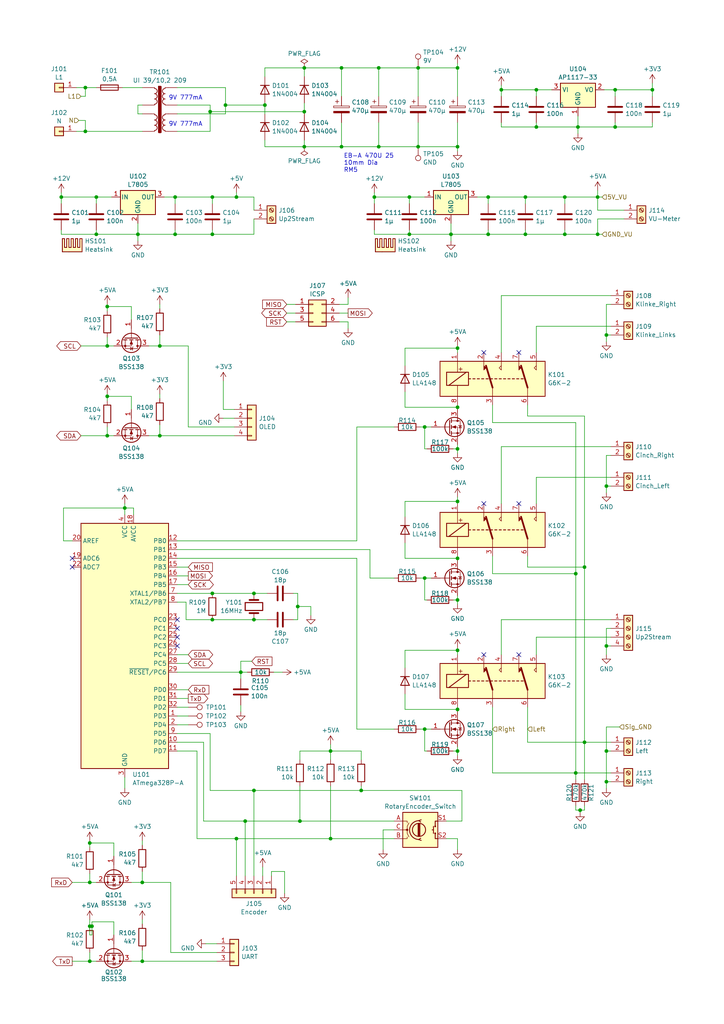
<source format=kicad_sch>
(kicad_sch (version 20230121) (generator eeschema)
  (paper "A4" portrait)
  (junction (at 68.58 57.15))
  (junction (at 50.8 67.945))
  (junction (at 26.035 268.605))
  (junction (at 41.275 278.765))
  (junction (at 46.355 126.365))
  (junction (at 169.545 164.465))
  (junction (at 61.595 57.15))
  (junction (at 68.58 243.205))
  (junction (at 109.855 19.685))
  (junction (at 178.435 36.83))
  (junction (at 175.895 140.97))
  (junction (at 123.19 211.455))
  (junction (at 71.12 238.125))
  (junction (at 163.83 57.15))
  (junction (at 189.23 26.035))
  (junction (at 167.005 224.155))
  (junction (at 95.885 243.205))
  (junction (at 61.595 179.705))
  (junction (at 168.275 234.95))
  (junction (at 132.715 205.74))
  (junction (at 26.035 255.905))
  (junction (at 132.715 100.965))
  (junction (at 31.115 88.9))
  (junction (at 132.715 145.415))
  (junction (at 175.895 97.155))
  (junction (at 123.19 167.64))
  (junction (at 169.545 215.265))
  (junction (at 175.895 217.805))
  (junction (at 26.035 278.765))
  (junction (at 88.265 19.685))
  (junction (at 155.575 26.035))
  (junction (at 109.855 42.545))
  (junction (at 104.775 229.235))
  (junction (at 173.355 57.15))
  (junction (at 118.745 57.15))
  (junction (at 26.67 268.605))
  (junction (at 31.115 100.33))
  (junction (at 41.275 255.905))
  (junction (at 178.435 26.035))
  (junction (at 88.265 32.385))
  (junction (at 99.06 42.545))
  (junction (at 73.66 179.705))
  (junction (at 27.94 67.945))
  (junction (at 69.85 194.945))
  (junction (at 36.195 147.32))
  (junction (at 40.005 67.945))
  (junction (at 99.06 19.685))
  (junction (at 132.715 19.685))
  (junction (at 31.115 114.935))
  (junction (at 86.36 175.895))
  (junction (at 73.66 172.085))
  (junction (at 17.78 57.15))
  (junction (at 65.405 30.48))
  (junction (at 167.005 166.37))
  (junction (at 46.355 100.33))
  (junction (at 132.715 217.805))
  (junction (at 132.715 130.175))
  (junction (at 132.715 161.925))
  (junction (at 175.895 226.695))
  (junction (at 31.115 126.365))
  (junction (at 60.96 32.385))
  (junction (at 123.19 123.825))
  (junction (at 155.575 36.83))
  (junction (at 61.595 172.085))
  (junction (at 73.66 229.235))
  (junction (at 152.4 57.15))
  (junction (at 50.8 57.15))
  (junction (at 175.895 187.325))
  (junction (at 163.83 67.945))
  (junction (at 167.64 36.83))
  (junction (at 121.285 19.685))
  (junction (at 26.035 244.475))
  (junction (at 61.595 67.945))
  (junction (at 24.765 38.1))
  (junction (at 121.285 42.545))
  (junction (at 132.715 42.545))
  (junction (at 88.265 42.545))
  (junction (at 118.745 67.945))
  (junction (at 76.835 30.48))
  (junction (at 95.885 217.805))
  (junction (at 132.715 118.11))
  (junction (at 108.585 57.15))
  (junction (at 173.355 67.945))
  (junction (at 145.415 26.035))
  (junction (at 27.94 57.15))
  (junction (at 141.605 57.15))
  (junction (at 130.81 67.945))
  (junction (at 24.765 25.4))
  (junction (at 132.715 173.99))
  (junction (at 132.715 188.595))
  (junction (at 152.4 67.945))
  (junction (at 141.605 67.945))
  (junction (at 86.995 238.125))
  (no_connect (at 150.495 146.05))
  (no_connect (at 51.435 179.705))
  (no_connect (at 51.435 187.325))
  (no_connect (at 140.335 146.05))
  (no_connect (at 51.435 184.785))
  (no_connect (at 150.495 189.865))
  (no_connect (at 150.495 102.235))
  (no_connect (at 140.335 102.235))
  (no_connect (at 20.955 164.465))
  (no_connect (at 51.435 182.245))
  (no_connect (at 20.955 161.925))
  (no_connect (at 140.335 189.865))
  (wire (pts (xy 51.435 161.925) (xy 103.505 161.925)))
  (wire (pts (xy 88.265 42.545) (xy 88.265 40.64)))
  (wire (pts (xy 167.005 224.155) (xy 142.875 224.155)))
  (wire (pts (xy 117.475 157.48) (xy 117.475 161.925)))
  (wire (pts (xy 169.545 215.265) (xy 169.545 226.06)))
  (wire (pts (xy 155.575 94.615) (xy 177.165 94.615)))
  (wire (pts (xy 132.715 130.175) (xy 132.715 128.905)))
  (wire (pts (xy 178.435 26.035) (xy 175.26 26.035)))
  (wire (pts (xy 46.355 97.155) (xy 46.355 100.33)))
  (wire (pts (xy 53.975 179.705) (xy 53.975 174.625)))
  (wire (pts (xy 83.185 90.805) (xy 85.725 90.805)))
  (wire (pts (xy 132.715 19.685) (xy 132.715 27.94)))
  (wire (pts (xy 169.545 164.465) (xy 169.545 215.265)))
  (wire (pts (xy 60.96 229.235) (xy 60.96 212.725)))
  (wire (pts (xy 40.005 67.945) (xy 50.8 67.945)))
  (wire (pts (xy 132.715 130.175) (xy 132.715 131.445)))
  (wire (pts (xy 175.895 228.6) (xy 175.895 226.695)))
  (wire (pts (xy 51.435 202.565) (xy 54.61 202.565)))
  (wire (pts (xy 175.895 140.97) (xy 177.165 140.97)))
  (wire (pts (xy 27.94 57.15) (xy 32.385 57.15)))
  (wire (pts (xy 59.055 238.125) (xy 59.055 215.265)))
  (wire (pts (xy 175.895 182.245) (xy 177.165 182.245)))
  (wire (pts (xy 31.115 126.365) (xy 33.02 126.365)))
  (wire (pts (xy 60.96 212.725) (xy 51.435 212.725)))
  (wire (pts (xy 100.965 86.36) (xy 100.965 88.265)))
  (wire (pts (xy 121.285 19.685) (xy 132.715 19.685)))
  (wire (pts (xy 86.995 217.805) (xy 86.995 220.345)))
  (wire (pts (xy 38.735 149.225) (xy 38.735 147.32)))
  (wire (pts (xy 173.355 57.15) (xy 174.625 57.15)))
  (wire (pts (xy 123.825 217.805) (xy 123.19 217.805)))
  (wire (pts (xy 85.09 179.705) (xy 86.36 179.705)))
  (wire (pts (xy 155.575 35.56) (xy 155.575 36.83)))
  (wire (pts (xy 31.115 114.935) (xy 38.1 114.935)))
  (wire (pts (xy 33.02 267.335) (xy 33.02 271.145)))
  (wire (pts (xy 132.715 42.545) (xy 132.715 35.56)))
  (wire (pts (xy 95.885 220.345) (xy 95.885 217.805)))
  (wire (pts (xy 61.595 67.945) (xy 73.66 67.945)))
  (wire (pts (xy 118.745 59.055) (xy 118.745 57.15)))
  (wire (pts (xy 152.4 57.15) (xy 141.605 57.15)))
  (wire (pts (xy 99.06 35.56) (xy 99.06 42.545)))
  (wire (pts (xy 167.005 233.68) (xy 167.005 234.95)))
  (wire (pts (xy 18.415 147.32) (xy 18.415 156.845)))
  (wire (pts (xy 107.315 159.385) (xy 107.315 167.64)))
  (wire (pts (xy 38.1 114.935) (xy 38.1 118.745)))
  (wire (pts (xy 117.475 118.11) (xy 132.715 118.11)))
  (wire (pts (xy 145.415 85.725) (xy 145.415 102.235)))
  (wire (pts (xy 121.285 35.56) (xy 121.285 42.545)))
  (wire (pts (xy 51.435 200.025) (xy 54.61 200.025)))
  (wire (pts (xy 68.58 243.205) (xy 68.58 254)))
  (wire (pts (xy 132.715 246.38) (xy 132.715 243.205)))
  (wire (pts (xy 123.19 217.805) (xy 123.19 211.455)))
  (wire (pts (xy 51.435 207.645) (xy 54.61 207.645)))
  (wire (pts (xy 60.96 32.385) (xy 60.96 30.48)))
  (wire (pts (xy 132.715 217.805) (xy 132.715 216.535)))
  (wire (pts (xy 60.96 38.1) (xy 60.96 32.385)))
  (wire (pts (xy 57.15 217.805) (xy 51.435 217.805)))
  (wire (pts (xy 132.715 100.33) (xy 132.715 100.965)))
  (wire (pts (xy 51.435 192.405) (xy 54.61 192.405)))
  (wire (pts (xy 26.67 268.605) (xy 26.67 271.145)))
  (wire (pts (xy 175.895 226.695) (xy 177.165 226.695)))
  (wire (pts (xy 71.12 238.125) (xy 71.12 254)))
  (wire (pts (xy 98.425 90.805) (xy 100.965 90.805)))
  (wire (pts (xy 51.435 205.105) (xy 54.61 205.105)))
  (wire (pts (xy 38.735 147.32) (xy 36.195 147.32)))
  (wire (pts (xy 26.67 268.605) (xy 26.035 268.605)))
  (wire (pts (xy 129.54 238.125) (xy 133.985 238.125)))
  (wire (pts (xy 130.81 67.945) (xy 141.605 67.945)))
  (wire (pts (xy 121.285 42.545) (xy 132.715 42.545)))
  (wire (pts (xy 33.02 244.475) (xy 33.02 248.285)))
  (wire (pts (xy 177.165 129.54) (xy 145.415 129.54)))
  (wire (pts (xy 167.64 36.83) (xy 178.435 36.83)))
  (wire (pts (xy 51.435 156.845) (xy 103.505 156.845)))
  (wire (pts (xy 132.715 145.415) (xy 132.715 146.05)))
  (wire (pts (xy 50.8 57.15) (xy 50.8 59.055)))
  (wire (pts (xy 64.77 110.49) (xy 64.77 118.745)))
  (wire (pts (xy 111.125 246.38) (xy 111.125 240.665)))
  (wire (pts (xy 155.575 27.94) (xy 155.575 26.035)))
  (wire (pts (xy 73.025 191.77) (xy 69.85 191.77)))
  (wire (pts (xy 189.23 24.13) (xy 189.23 26.035)))
  (wire (pts (xy 40.005 67.945) (xy 40.005 69.85)))
  (wire (pts (xy 152.4 59.055) (xy 152.4 57.15)))
  (wire (pts (xy 104.775 229.235) (xy 73.66 229.235)))
  (wire (pts (xy 132.715 100.965) (xy 132.715 102.235)))
  (wire (pts (xy 86.36 172.085) (xy 85.09 172.085)))
  (wire (pts (xy 69.85 194.945) (xy 69.85 196.85)))
  (wire (pts (xy 26.035 266.7) (xy 26.035 268.605)))
  (wire (pts (xy 36.195 146.05) (xy 36.195 147.32)))
  (wire (pts (xy 73.66 63.5) (xy 73.66 67.945)))
  (wire (pts (xy 117.475 106.045) (xy 117.475 100.965)))
  (wire (pts (xy 132.715 188.595) (xy 132.715 189.865)))
  (wire (pts (xy 153.035 215.265) (xy 169.545 215.265)))
  (wire (pts (xy 41.275 255.905) (xy 38.1 255.905)))
  (wire (pts (xy 123.19 130.175) (xy 123.19 123.825)))
  (wire (pts (xy 86.36 179.705) (xy 86.36 175.895)))
  (wire (pts (xy 145.415 179.705) (xy 145.415 189.865)))
  (wire (pts (xy 26.035 278.765) (xy 27.94 278.765)))
  (wire (pts (xy 88.265 19.685) (xy 99.06 19.685)))
  (wire (pts (xy 130.81 67.945) (xy 130.81 69.85)))
  (wire (pts (xy 51.435 38.1) (xy 60.96 38.1)))
  (wire (pts (xy 178.435 35.56) (xy 178.435 36.83)))
  (wire (pts (xy 17.78 55.88) (xy 17.78 57.15)))
  (wire (pts (xy 121.92 123.825) (xy 123.19 123.825)))
  (wire (pts (xy 26.67 267.335) (xy 33.02 267.335)))
  (wire (pts (xy 17.78 57.15) (xy 27.94 57.15)))
  (wire (pts (xy 57.15 243.205) (xy 68.58 243.205)))
  (wire (pts (xy 76.835 22.225) (xy 76.835 19.685)))
  (wire (pts (xy 189.23 27.94) (xy 189.23 26.035)))
  (wire (pts (xy 26.035 276.225) (xy 26.035 278.765)))
  (wire (pts (xy 123.19 123.825) (xy 125.095 123.825)))
  (wire (pts (xy 175.895 97.155) (xy 175.895 88.265)))
  (wire (pts (xy 59.055 215.265) (xy 51.435 215.265)))
  (wire (pts (xy 132.715 118.11) (xy 132.715 118.745)))
  (wire (pts (xy 68.58 55.88) (xy 68.58 57.15)))
  (wire (pts (xy 40.005 33.02) (xy 40.005 30.48)))
  (wire (pts (xy 50.8 67.945) (xy 61.595 67.945)))
  (wire (pts (xy 90.17 178.435) (xy 90.17 175.895)))
  (wire (pts (xy 104.775 217.805) (xy 95.885 217.805)))
  (wire (pts (xy 73.66 60.96) (xy 73.66 57.15)))
  (wire (pts (xy 20.955 255.905) (xy 26.035 255.905)))
  (wire (pts (xy 132.715 205.74) (xy 132.715 206.375)))
  (wire (pts (xy 173.355 67.945) (xy 174.625 67.945)))
  (wire (pts (xy 31.115 88.265) (xy 31.115 88.9)))
  (wire (pts (xy 24.765 38.1) (xy 41.275 38.1)))
  (wire (pts (xy 155.575 184.785) (xy 155.575 189.865)))
  (wire (pts (xy 103.505 211.455) (xy 114.3 211.455)))
  (wire (pts (xy 36.195 147.32) (xy 18.415 147.32)))
  (wire (pts (xy 73.66 229.235) (xy 60.96 229.235)))
  (wire (pts (xy 49.53 276.225) (xy 49.53 255.905)))
  (wire (pts (xy 46.355 100.33) (xy 43.18 100.33)))
  (wire (pts (xy 31.115 123.825) (xy 31.115 126.365)))
  (wire (pts (xy 131.445 130.175) (xy 132.715 130.175)))
  (wire (pts (xy 57.15 243.205) (xy 57.15 217.805)))
  (wire (pts (xy 155.575 36.83) (xy 167.64 36.83)))
  (wire (pts (xy 177.165 138.43) (xy 155.575 138.43)))
  (wire (pts (xy 24.765 27.94) (xy 24.765 25.4)))
  (wire (pts (xy 99.06 19.685) (xy 109.855 19.685)))
  (wire (pts (xy 18.415 156.845) (xy 20.955 156.845)))
  (wire (pts (xy 175.895 142.875) (xy 175.895 140.97)))
  (wire (pts (xy 141.605 57.15) (xy 138.43 57.15)))
  (wire (pts (xy 77.47 179.705) (xy 73.66 179.705)))
  (wire (pts (xy 46.355 123.19) (xy 46.355 126.365)))
  (wire (pts (xy 121.285 19.685) (xy 121.285 27.94)))
  (wire (pts (xy 36.195 147.32) (xy 36.195 149.225)))
  (wire (pts (xy 103.505 161.925) (xy 103.505 211.455)))
  (wire (pts (xy 76.2 251.46) (xy 76.2 254)))
  (wire (pts (xy 86.995 217.805) (xy 95.885 217.805)))
  (wire (pts (xy 35.56 25.4) (xy 41.275 25.4)))
  (wire (pts (xy 155.575 94.615) (xy 155.575 102.235)))
  (wire (pts (xy 60.96 32.385) (xy 88.265 32.385)))
  (wire (pts (xy 65.405 25.4) (xy 51.435 25.4)))
  (wire (pts (xy 155.575 138.43) (xy 155.575 146.05)))
  (wire (pts (xy 41.275 33.02) (xy 40.005 33.02)))
  (wire (pts (xy 121.92 211.455) (xy 123.19 211.455)))
  (wire (pts (xy 61.595 179.705) (xy 53.975 179.705)))
  (wire (pts (xy 90.17 175.895) (xy 86.36 175.895)))
  (wire (pts (xy 23.495 100.33) (xy 31.115 100.33)))
  (wire (pts (xy 169.545 233.68) (xy 169.545 234.95)))
  (wire (pts (xy 68.58 57.15) (xy 61.595 57.15)))
  (wire (pts (xy 108.585 57.15) (xy 118.745 57.15)))
  (wire (pts (xy 132.715 243.205) (xy 129.54 243.205)))
  (wire (pts (xy 132.715 161.925) (xy 132.715 162.56)))
  (wire (pts (xy 145.415 24.765) (xy 145.415 26.035)))
  (wire (pts (xy 132.715 42.545) (xy 132.715 43.815)))
  (wire (pts (xy 51.435 167.005) (xy 54.61 167.005)))
  (wire (pts (xy 155.575 26.035) (xy 160.02 26.035)))
  (wire (pts (xy 167.005 234.95) (xy 168.275 234.95)))
  (wire (pts (xy 141.605 57.15) (xy 141.605 59.055)))
  (wire (pts (xy 175.895 88.265) (xy 177.165 88.265)))
  (wire (pts (xy 86.995 227.965) (xy 86.995 238.125)))
  (wire (pts (xy 175.895 132.08) (xy 177.165 132.08)))
  (wire (pts (xy 123.825 130.175) (xy 123.19 130.175)))
  (wire (pts (xy 173.355 55.245) (xy 173.355 57.15)))
  (wire (pts (xy 145.415 85.725) (xy 177.165 85.725)))
  (wire (pts (xy 98.425 93.345) (xy 100.965 93.345)))
  (wire (pts (xy 59.69 273.685) (xy 62.865 273.685)))
  (wire (pts (xy 132.715 217.805) (xy 132.715 219.075)))
  (wire (pts (xy 26.035 271.145) (xy 26.67 271.145)))
  (wire (pts (xy 123.19 167.64) (xy 125.095 167.64)))
  (wire (pts (xy 36.195 225.425) (xy 36.195 228.6)))
  (wire (pts (xy 46.355 126.365) (xy 67.945 126.365)))
  (wire (pts (xy 51.435 169.545) (xy 54.61 169.545)))
  (wire (pts (xy 26.035 243.84) (xy 26.035 244.475)))
  (wire (pts (xy 27.94 67.945) (xy 40.005 67.945)))
  (wire (pts (xy 26.035 244.475) (xy 26.035 245.745)))
  (wire (pts (xy 54.61 123.825) (xy 67.945 123.825)))
  (wire (pts (xy 118.745 57.15) (xy 123.19 57.15)))
  (wire (pts (xy 189.23 36.83) (xy 189.23 35.56)))
  (wire (pts (xy 153.035 120.65) (xy 169.545 120.65)))
  (wire (pts (xy 23.495 27.94) (xy 24.765 27.94)))
  (wire (pts (xy 17.78 57.15) (xy 17.78 59.055)))
  (wire (pts (xy 65.405 30.48) (xy 65.405 33.02)))
  (wire (pts (xy 167.64 36.83) (xy 167.64 38.735)))
  (wire (pts (xy 41.275 278.765) (xy 62.865 278.765)))
  (wire (pts (xy 117.475 113.665) (xy 117.475 118.11)))
  (wire (pts (xy 118.745 66.675) (xy 118.745 67.945)))
  (wire (pts (xy 49.53 276.225) (xy 62.865 276.225)))
  (wire (pts (xy 17.78 67.945) (xy 27.94 67.945)))
  (wire (pts (xy 76.835 30.48) (xy 76.835 33.02)))
  (wire (pts (xy 31.115 97.79) (xy 31.115 100.33)))
  (wire (pts (xy 31.115 114.935) (xy 31.115 116.205)))
  (wire (pts (xy 117.475 205.74) (xy 132.715 205.74)))
  (wire (pts (xy 142.875 166.37) (xy 167.005 166.37)))
  (wire (pts (xy 153.035 164.465) (xy 169.545 164.465)))
  (wire (pts (xy 121.92 167.64) (xy 123.19 167.64)))
  (wire (pts (xy 61.595 59.055) (xy 61.595 57.15)))
  (wire (pts (xy 131.445 217.805) (xy 132.715 217.805)))
  (wire (pts (xy 142.875 161.29) (xy 142.875 166.37)))
  (wire (pts (xy 50.8 57.15) (xy 47.625 57.15)))
  (wire (pts (xy 61.595 67.945) (xy 61.595 66.675)))
  (wire (pts (xy 40.005 67.945) (xy 40.005 64.77)))
  (wire (pts (xy 99.06 42.545) (xy 109.855 42.545)))
  (wire (pts (xy 31.115 88.9) (xy 31.115 90.17)))
  (wire (pts (xy 130.81 67.945) (xy 130.81 64.77)))
  (wire (pts (xy 108.585 57.15) (xy 108.585 59.055)))
  (wire (pts (xy 145.415 36.83) (xy 155.575 36.83)))
  (wire (pts (xy 83.185 93.345) (xy 85.725 93.345)))
  (wire (pts (xy 177.165 179.705) (xy 145.415 179.705)))
  (wire (pts (xy 38.1 88.9) (xy 38.1 92.71)))
  (wire (pts (xy 51.435 210.185) (xy 54.61 210.185)))
  (wire (pts (xy 83.185 88.265) (xy 85.725 88.265)))
  (wire (pts (xy 142.875 117.475) (xy 142.875 122.555)))
  (wire (pts (xy 180.975 63.5) (xy 173.355 63.5)))
  (wire (pts (xy 100.965 95.25) (xy 100.965 93.345)))
  (wire (pts (xy 54.61 100.33) (xy 54.61 123.825)))
  (wire (pts (xy 123.19 173.99) (xy 123.19 167.64)))
  (wire (pts (xy 163.83 67.945) (xy 173.355 67.945)))
  (wire (pts (xy 17.78 66.675) (xy 17.78 67.945)))
  (wire (pts (xy 179.705 210.82) (xy 175.895 210.82)))
  (wire (pts (xy 167.64 36.83) (xy 167.64 33.655)))
  (wire (pts (xy 132.715 173.99) (xy 132.715 175.26)))
  (wire (pts (xy 117.475 149.86) (xy 117.475 145.415)))
  (wire (pts (xy 99.06 19.685) (xy 99.06 27.94)))
  (wire (pts (xy 51.435 33.02) (xy 65.405 33.02)))
  (wire (pts (xy 41.275 252.73) (xy 41.275 255.905)))
  (wire (pts (xy 46.355 100.33) (xy 54.61 100.33)))
  (wire (pts (xy 109.855 19.685) (xy 121.285 19.685)))
  (wire (pts (xy 24.765 25.4) (xy 27.94 25.4)))
  (wire (pts (xy 132.715 161.29) (xy 132.715 161.925)))
  (wire (pts (xy 76.835 42.545) (xy 88.265 42.545)))
  (wire (pts (xy 51.435 164.465) (xy 54.61 164.465)))
  (wire (pts (xy 40.005 30.48) (xy 41.275 30.48)))
  (wire (pts (xy 175.895 97.155) (xy 177.165 97.155)))
  (wire (pts (xy 132.715 18.415) (xy 132.715 19.685)))
  (wire (pts (xy 117.475 193.675) (xy 117.475 188.595)))
  (wire (pts (xy 41.275 266.7) (xy 41.275 267.97)))
  (wire (pts (xy 153.035 117.475) (xy 153.035 120.65)))
  (wire (pts (xy 175.895 217.805) (xy 177.165 217.805)))
  (wire (pts (xy 22.225 38.1) (xy 24.765 38.1)))
  (wire (pts (xy 26.67 267.335) (xy 26.67 268.605)))
  (wire (pts (xy 145.415 26.035) (xy 155.575 26.035)))
  (wire (pts (xy 132.715 144.145) (xy 132.715 145.415)))
  (wire (pts (xy 51.435 194.945) (xy 69.85 194.945)))
  (wire (pts (xy 65.405 25.4) (xy 65.405 30.48)))
  (wire (pts (xy 117.475 100.965) (xy 132.715 100.965)))
  (wire (pts (xy 79.375 194.945) (xy 81.915 194.945)))
  (wire (pts (xy 76.835 40.64) (xy 76.835 42.545)))
  (wire (pts (xy 114.3 238.125) (xy 86.995 238.125)))
  (wire (pts (xy 108.585 67.945) (xy 118.745 67.945)))
  (wire (pts (xy 26.035 244.475) (xy 33.02 244.475)))
  (wire (pts (xy 109.855 42.545) (xy 121.285 42.545)))
  (wire (pts (xy 133.985 238.125) (xy 133.985 229.235)))
  (wire (pts (xy 65.405 30.48) (xy 76.835 30.48)))
  (wire (pts (xy 53.975 174.625) (xy 51.435 174.625)))
  (wire (pts (xy 142.875 122.555) (xy 167.005 122.555)))
  (wire (pts (xy 117.475 161.925) (xy 132.715 161.925)))
  (wire (pts (xy 50.8 66.675) (xy 50.8 67.945)))
  (wire (pts (xy 78.74 252.73) (xy 78.74 254)))
  (wire (pts (xy 46.355 114.3) (xy 46.355 115.57)))
  (wire (pts (xy 77.47 172.085) (xy 73.66 172.085)))
  (wire (pts (xy 123.19 211.455) (xy 125.095 211.455)))
  (wire (pts (xy 108.585 55.88) (xy 108.585 57.15)))
  (wire (pts (xy 109.855 35.56) (xy 109.855 42.545)))
  (wire (pts (xy 49.53 255.905) (xy 41.275 255.905)))
  (wire (pts (xy 31.115 100.33) (xy 33.02 100.33)))
  (wire (pts (xy 82.55 259.08) (xy 82.55 252.73)))
  (wire (pts (xy 168.275 234.95) (xy 168.275 235.585)))
  (wire (pts (xy 133.985 229.235) (xy 104.775 229.235)))
  (wire (pts (xy 73.66 229.235) (xy 73.66 254)))
  (wire (pts (xy 103.505 123.825) (xy 114.3 123.825)))
  (wire (pts (xy 60.96 30.48) (xy 51.435 30.48)))
  (wire (pts (xy 114.3 243.205) (xy 95.885 243.205)))
  (wire (pts (xy 71.12 238.125) (xy 86.995 238.125)))
  (wire (pts (xy 108.585 66.675) (xy 108.585 67.945)))
  (wire (pts (xy 175.895 189.865) (xy 175.895 187.325)))
  (wire (pts (xy 141.605 67.945) (xy 152.4 67.945)))
  (wire (pts (xy 69.85 194.945) (xy 71.755 194.945)))
  (wire (pts (xy 104.775 227.965) (xy 104.775 229.235)))
  (wire (pts (xy 100.965 88.265) (xy 98.425 88.265)))
  (wire (pts (xy 131.445 173.99) (xy 132.715 173.99)))
  (wire (pts (xy 163.83 57.15) (xy 173.355 57.15)))
  (wire (pts (xy 152.4 57.15) (xy 163.83 57.15)))
  (wire (pts (xy 73.66 172.085) (xy 61.595 172.085)))
  (wire (pts (xy 51.435 172.085) (xy 61.595 172.085)))
  (wire (pts (xy 189.23 26.035) (xy 178.435 26.035)))
  (wire (pts (xy 104.775 220.345) (xy 104.775 217.805)))
  (wire (pts (xy 180.975 60.96) (xy 173.355 60.96)))
  (wire (pts (xy 117.475 201.295) (xy 117.475 205.74)))
  (wire (pts (xy 153.035 205.105) (xy 153.035 215.265)))
  (wire (pts (xy 88.265 29.845) (xy 88.265 32.385)))
  (wire (pts (xy 167.005 122.555) (xy 167.005 166.37)))
  (wire (pts (xy 175.895 210.82) (xy 175.895 217.805)))
  (wire (pts (xy 175.895 187.325) (xy 175.895 182.245)))
  (wire (pts (xy 86.36 175.895) (xy 86.36 172.085)))
  (wire (pts (xy 153.035 161.29) (xy 153.035 164.465)))
  (wire (pts (xy 82.55 252.73) (xy 78.74 252.73)))
  (wire (pts (xy 175.895 187.325) (xy 177.165 187.325)))
  (wire (pts (xy 41.275 278.765) (xy 38.1 278.765)))
  (wire (pts (xy 51.435 189.865) (xy 54.61 189.865)))
  (wire (pts (xy 178.435 26.035) (xy 178.435 27.94)))
  (wire (pts (xy 41.275 243.84) (xy 41.275 245.11)))
  (wire (pts (xy 132.715 117.475) (xy 132.715 118.11)))
  (wire (pts (xy 95.885 215.9) (xy 95.885 217.805)))
  (wire (pts (xy 61.595 57.15) (xy 50.8 57.15)))
  (wire (pts (xy 132.715 205.105) (xy 132.715 205.74)))
  (wire (pts (xy 76.835 29.845) (xy 76.835 30.48)))
  (wire (pts (xy 152.4 67.945) (xy 152.4 66.675)))
  (wire (pts (xy 31.115 114.3) (xy 31.115 114.935)))
  (wire (pts (xy 167.005 224.155) (xy 177.165 224.155)))
  (wire (pts (xy 152.4 67.945) (xy 163.83 67.945)))
  (wire (pts (xy 76.835 19.685) (xy 88.265 19.685)))
  (wire (pts (xy 46.355 126.365) (xy 43.18 126.365)))
  (wire (pts (xy 111.125 240.665) (xy 114.3 240.665)))
  (wire (pts (xy 26.035 268.605) (xy 26.035 271.145)))
  (wire (pts (xy 73.66 179.705) (xy 61.595 179.705)))
  (wire (pts (xy 132.715 173.99) (xy 132.715 172.72)))
  (wire (pts (xy 20.955 278.765) (xy 26.035 278.765)))
  (wire (pts (xy 145.415 26.035) (xy 145.415 27.94)))
  (wire (pts (xy 118.745 67.945) (xy 130.81 67.945)))
  (wire (pts (xy 88.265 32.385) (xy 88.265 33.02)))
  (wire (pts (xy 23.495 126.365) (xy 31.115 126.365)))
  (wire (pts (xy 169.545 120.65) (xy 169.545 164.465)))
  (wire (pts (xy 26.035 255.905) (xy 27.94 255.905)))
  (wire (pts (xy 141.605 66.675) (xy 141.605 67.945)))
  (wire (pts (xy 178.435 36.83) (xy 189.23 36.83)))
  (wire (pts (xy 69.85 204.47) (xy 69.85 206.375)))
  (wire (pts (xy 88.265 19.685) (xy 88.265 22.225)))
  (wire (pts (xy 163.83 57.15) (xy 163.83 59.055)))
  (wire (pts (xy 46.355 88.265) (xy 46.355 89.535)))
  (wire (pts (xy 163.83 66.675) (xy 163.83 67.945)))
  (wire (pts (xy 27.94 66.675) (xy 27.94 67.945)))
  (wire (pts (xy 95.885 227.965) (xy 95.885 243.205)))
  (wire (pts (xy 31.115 88.9) (xy 38.1 88.9)))
  (wire (pts (xy 168.275 234.95) (xy 169.545 234.95)))
  (wire (pts (xy 69.85 191.77) (xy 69.85 194.945)))
  (wire (pts (xy 24.765 34.925) (xy 24.765 38.1)))
  (wire (pts (xy 145.415 129.54) (xy 145.415 146.05)))
  (wire (pts (xy 68.58 57.15) (xy 73.66 57.15)))
  (wire (pts (xy 175.895 226.695) (xy 175.895 217.805)))
  (wire (pts (xy 103.505 156.845) (xy 103.505 123.825)))
  (wire (pts (xy 107.315 167.64) (xy 114.3 167.64)))
  (wire (pts (xy 22.86 34.925) (xy 24.765 34.925)))
  (wire (pts (xy 51.435 159.385) (xy 107.315 159.385)))
  (wire (pts (xy 169.545 215.265) (xy 177.165 215.265)))
  (wire (pts (xy 27.94 59.055) (xy 27.94 57.15)))
  (wire (pts (xy 117.475 145.415) (xy 132.715 145.415)))
  (wire (pts (xy 167.005 224.155) (xy 167.005 226.06)))
  (wire (pts (xy 71.12 238.125) (xy 59.055 238.125)))
  (wire (pts (xy 26.035 253.365) (xy 26.035 255.905)))
  (wire (pts (xy 177.165 184.785) (xy 155.575 184.785)))
  (wire (pts (xy 145.415 35.56) (xy 145.415 36.83)))
  (wire (pts (xy 142.875 224.155) (xy 142.875 205.105)))
  (wire (pts (xy 64.77 118.745) (xy 67.945 118.745)))
  (wire (pts (xy 175.895 99.06) (xy 175.895 97.155)))
  (wire (pts (xy 117.475 188.595) (xy 132.715 188.595)))
  (wire (pts (xy 64.77 121.285) (xy 67.945 121.285)))
  (wire (pts (xy 22.225 25.4) (xy 24.765 25.4)))
  (wire (pts (xy 68.58 243.205) (xy 95.885 243.205)))
  (wire (pts (xy 132.715 187.96) (xy 132.715 188.595)))
  (wire (pts (xy 167.005 166.37) (xy 167.005 224.155)))
  (wire (pts (xy 41.275 275.59) (xy 41.275 278.765)))
  (wire (pts (xy 88.265 42.545) (xy 99.06 42.545)))
  (wire (pts (xy 175.895 140.97) (xy 175.895 132.08)))
  (wire (pts (xy 123.825 173.99) (xy 123.19 173.99)))
  (wire (pts (xy 109.855 19.685) (xy 109.855 27.94)))
  (wire (pts (xy 173.355 60.96) (xy 173.355 57.15)))
  (wire (pts (xy 173.355 63.5) (xy 173.355 67.945)))
  (text "EB-A 470U 25\n10mm Dia\nRM5" (at 99.695 50.165 0) (effects (font (size 1.27 1.27)) (justify left bottom)))
  (text "9V 777mA\n" (at 48.895 29.21 0) (effects (font (size 1.27 1.27)) (justify left bottom)))
  (text "9V 777mA\n" (at 48.895 36.83 0) (effects (font (size 1.27 1.27)) (justify left bottom)))
  (global_label "MOSI" (shape output) (at 54.61 167.005 0) (property "Intersheetrefs" "${INTERSHEET_REFS}" (effects hide)))
  (global_label "RxD" (shape input) (at 20.955 255.905 180) (property "Intersheetrefs" "${INTERSHEET_REFS}" (effects hide)))
  (global_label "RST" (shape input) (at 83.185 93.345 180) (property "Intersheetrefs" "${INTERSHEET_REFS}" (effects hide)))
  (global_label "TxD" (shape output) (at 20.955 278.765 180) (property "Intersheetrefs" "${INTERSHEET_REFS}" (effects hide)))
  (global_label "RST" (shape input) (at 73.025 191.77 0) (property "Intersheetrefs" "${INTERSHEET_REFS}" (effects hide)))
  (global_label "MISO" (shape input) (at 83.185 88.265 180) (property "Intersheetrefs" "${INTERSHEET_REFS}" (effects hide)))
  (global_label "MISO" (shape input) (at 54.61 164.465 0) (property "Intersheetrefs" "${INTERSHEET_REFS}" (effects hide)))
  (global_label "TxD" (shape output) (at 54.61 202.565 0) (property "Intersheetrefs" "${INTERSHEET_REFS}" (effects hide)))
  (global_label "SDA" (shape bidirectional) (at 54.61 189.865 0) (property "Intersheetrefs" "${INTERSHEET_REFS}" (effects hide)))
  (global_label "RxD" (shape input) (at 54.61 200.025 0) (property "Intersheetrefs" "${INTERSHEET_REFS}" (effects hide)))
  (global_label "SCK" (shape bidirectional) (at 83.185 90.805 180) (property "Intersheetrefs" "${INTERSHEET_REFS}" (effects hide)))
  (global_label "SCK" (shape bidirectional) (at 54.61 169.545 0) (property "Intersheetrefs" "${INTERSHEET_REFS}" (effects hide)))
  (global_label "SCL" (shape bidirectional) (at 23.495 100.33 180) (property "Intersheetrefs" "${INTERSHEET_REFS}" (effects hide)))
  (global_label "SDA" (shape bidirectional) (at 23.495 126.365 180) (property "Intersheetrefs" "${INTERSHEET_REFS}" (effects hide)))
  (global_label "MOSI" (shape output) (at 100.965 90.805 0) (property "Intersheetrefs" "${INTERSHEET_REFS}" (effects hide)))
  (global_label "SCL" (shape bidirectional) (at 54.61 192.405 0) (property "Intersheetrefs" "${INTERSHEET_REFS}" (effects hide)))
  (hierarchical_label "L1" (shape input) (at 23.495 27.94 180))
  (hierarchical_label "Left" (shape input) (at 153.035 211.455 0))
  (hierarchical_label "GND_VU" (shape input) (at 174.625 67.945 0))
  (hierarchical_label "Sig_GND" (shape input) (at 179.705 210.82 0))
  (hierarchical_label "5V_VU" (shape input) (at 174.625 57.15 0))
  (hierarchical_label "Right" (shape input) (at 142.875 211.455 0))
  (hierarchical_label "N" (shape input) (at 22.86 34.925 180))
  (symbol (lib_id "power:GND") (at 82.55 259.08 0) (unit 1)
    (property "Reference" "#PWR0120" (effects hide))
    (property "Value" "GND" (at 82.55 263.2131 0))
  )
  (symbol (lib_id "Connector:Screw_Terminal_01x02") (at 78.74 60.96 0) (unit 1)
    (property "Reference" "J106" (at 80.772 61.0179 0) (effects (justify left)))
    (property "Value" "Up2Stream" (at 80.772 63.4421 0) (effects (justify left)))
    (property "Footprint" "TerminalBlock:TerminalBlock_bornier-2_P5.08mm" (effects hide))
  )
  (symbol (lib_id "power:+12V") (at 17.78 55.88 0) (unit 1)
    (property "Reference" "#PWR0127" (effects hide))
    (property "Value" "+12V" (at 17.78 51.7469 0))
  )
  (symbol (lib_id "Connector:Screw_Terminal_01x02") (at 182.245 224.155 0) (unit 1)
    (property "Reference" "J113" (at 184.277 224.2129 0) (effects (justify left)))
    (property "Value" "Right" (at 184.277 226.6371 0) (effects (justify left)))
    (property "Footprint" "TerminalBlock:TerminalBlock_bornier-2_P5.08mm" (effects hide))
  )
  (symbol (lib_id "Transistor_FET:BSS138") (at 130.175 211.455 0) (unit 1)
    (property "Reference" "Q107" (at 135.382 210.2429 0) (effects (justify left)))
    (property "Value" "BSS138" (at 135.382 212.6671 0) (effects (justify left)))
    (property "Footprint" "Package_TO_SOT_SMD:SOT-23" (effects hide))
    (property "Datasheet" "https://www.onsemi.com/pub/Collateral/BSS138-D.PDF" (effects hide))
  )
  (symbol (lib_id "Device:C_Polarized") (at 132.715 31.75 0) (unit 1)
    (property "Reference" "C113" (at 135.636 29.6489 0) (effects (justify left)))
    (property "Value" "470µ" (at 135.636 32.0731 0) (effects (justify left)))
    (property "Footprint" "Capacitor_THT:CP_Radial_D10.0mm_P5.00mm" (effects hide))
  )
  (symbol (lib_id "Device:R") (at 167.005 229.87 0) (unit 1)
    (property "Reference" "R120" (at 165.1 227.33 90) (effects (justify right)))
    (property "Value" "470k" (at 167.005 227.33 90) (effects (justify right)))
    (property "Footprint" "Resistor_SMD:R_0805_2012Metric" (effects hide))
  )
  (symbol (lib_id "Connector:Screw_Terminal_01x02") (at 182.245 94.615 0) (unit 1)
    (property "Reference" "J109" (at 184.277 94.6729 0) (effects (justify left)))
    (property "Value" "Klinke_Links" (at 184.277 97.0971 0) (effects (justify left)))
    (property "Footprint" "TerminalBlock:TerminalBlock_bornier-2_P5.08mm" (effects hide))
  )
  (symbol (lib_id "Device:C") (at 81.28 179.705 270) (unit 1)
    (property "Reference" "C107" (at 81.28 186.0083 90))
    (property "Value" "18p" (at 81.28 183.5841 90))
    (property "Footprint" "Capacitor_SMD:C_0805_2012Metric" (effects hide))
  )
  (symbol (lib_id "Transistor_FET:BSS138") (at 130.175 123.825 0) (unit 1)
    (property "Reference" "Q105" (at 135.382 122.6129 0) (effects (justify left)))
    (property "Value" "BSS138" (at 135.382 125.0371 0) (effects (justify left)))
    (property "Footprint" "Package_TO_SOT_SMD:SOT-23" (effects hide))
    (property "Datasheet" "https://www.onsemi.com/pub/Collateral/BSS138-D.PDF" (effects hide))
  )
  (symbol (lib_id "power:+5VA") (at 173.355 55.245 0) (unit 1)
    (property "Reference" "#PWR0140" (effects hide))
    (property "Value" "+5VA" (at 173.355 51.1119 0))
  )
  (symbol (lib_id "power:+5VA") (at 26.035 266.7 0) (unit 1)
    (property "Reference" "#PWR0103" (effects hide))
    (property "Value" "+5VA" (at 26.035 262.5669 0))
  )
  (symbol (lib_id "Connector:Screw_Terminal_01x04") (at 182.245 182.245 0) (unit 1)
    (property "Reference" "J115" (at 184.277 182.3029 0) (effects (justify left)))
    (property "Value" "Up2Stream" (at 184.277 184.7271 0) (effects (justify left)))
    (property "Footprint" "TerminalBlock:TerminalBlock_bornier-4_P5.08mm" (effects hide))
  )
  (symbol (lib_id "power:GND") (at 132.715 175.26 0) (unit 1)
    (property "Reference" "#PWR0132" (effects hide))
    (property "Value" "GND" (at 132.715 179.3931 0))
  )
  (symbol (lib_id "Device:R") (at 86.995 224.155 0) (unit 1)
    (property "Reference" "R111" (at 85.217 222.9429 0) (effects (justify right)))
    (property "Value" "10k" (at 85.217 225.3671 0) (effects (justify right)))
    (property "Footprint" "Resistor_SMD:R_0805_2012Metric" (effects hide))
  )
  (symbol (lib_id "Transistor_FET:BSS138") (at 33.02 253.365 270) (unit 1)
    (property "Reference" "Q101" (at 33.02 259.5301 90))
    (property "Value" "BSS138" (at 33.02 261.9543 90))
    (property "Footprint" "Package_TO_SOT_SMD:SOT-23" (effects hide))
    (property "Datasheet" "https://www.onsemi.com/pub/Collateral/BSS138-D.PDF" (effects hide))
  )
  (symbol (lib_id "Diode:LL4148") (at 117.475 153.67 270) (unit 1)
    (property "Reference" "D106" (at 119.507 152.4579 90) (effects (justify left)))
    (property "Value" "LL4148" (at 119.507 154.8821 90) (effects (justify left)))
    (property "Footprint" "Diode_SMD:D_MiniMELF" (effects hide))
    (property "Datasheet" "http://www.vishay.com/docs/85557/ll4148.pdf" (effects hide))
    (property "Sim.Device" "D" (effects hide))
    (property "Sim.Pins" "1=K 2=A" (effects hide))
  )
  (symbol (lib_id "Device:R") (at 41.275 248.92 0) (unit 1)
    (property "Reference" "R105" (at 39.497 247.7079 0) (effects (justify right)))
    (property "Value" "4k7" (at 39.497 250.1321 0) (effects (justify right)))
    (property "Footprint" "Resistor_SMD:R_0805_2012Metric" (effects hide))
  )
  (symbol (lib_id "Device:C") (at 178.435 31.75 0) (unit 1)
    (property "Reference" "C118" (at 181.356 30.5379 0) (effects (justify left)))
    (property "Value" "100n" (at 181.356 32.9621 0) (effects (justify left)))
    (property "Footprint" "Capacitor_SMD:C_0805_2012Metric" (effects hide))
  )
  (symbol (lib_id "Device:R") (at 169.545 229.87 0) (unit 1)
    (property "Reference" "R121" (at 171.45 227.33 90) (effects (justify right)))
    (property "Value" "470k" (at 169.545 227.33 90) (effects (justify right)))
    (property "Footprint" "Resistor_SMD:R_0805_2012Metric" (effects hide))
  )
  (symbol (lib_id "Diode:1N4004") (at 76.835 26.035 270) (unit 1)
    (property "Reference" "D101" (at 78.867 24.8229 90) (effects (justify left)))
    (property "Value" "1N4004" (at 78.867 27.2471 90) (effects (justify left)))
    (property "Footprint" "Diode_THT:D_DO-41_SOD81_P10.16mm_Horizontal" (effects hide))
    (property "Datasheet" "http://www.vishay.com/docs/88503/1n4001.pdf" (effects hide))
    (property "Sim.Device" "D" (effects hide))
    (property "Sim.Pins" "1=K 2=A" (effects hide))
  )
  (symbol (lib_id "Connector_Generic:Conn_02x03_Odd_Even") (at 90.805 90.805 0) (unit 1)
    (property "Reference" "J107" (at 92.075 82.8507 0))
    (property "Value" "ICSP" (at 92.075 85.2749 0))
    (property "Footprint" "Connector_PinHeader_2.54mm:PinHeader_2x03_P2.54mm_Vertical" (effects hide))
  )
  (symbol (lib_id "Diode:1N4004") (at 76.835 36.83 270) (unit 1)
    (property "Reference" "D102" (at 78.867 35.6179 90) (effects (justify left)))
    (property "Value" "1N4004" (at 78.867 38.0421 90) (effects (justify left)))
    (property "Footprint" "Diode_THT:D_DO-41_SOD81_P10.16mm_Horizontal" (effects hide))
    (property "Datasheet" "http://www.vishay.com/docs/88503/1n4001.pdf" (effects hide))
    (property "Sim.Device" "D" (effects hide))
    (property "Sim.Pins" "1=K 2=A" (effects hide))
  )
  (symbol (lib_id "Transistor_FET:BSS138") (at 38.1 123.825 270) (unit 1)
    (property "Reference" "Q104" (at 38.1 129.9901 90))
    (property "Value" "BSS138" (at 38.1 132.4143 90))
    (property "Footprint" "Package_TO_SOT_SMD:SOT-23" (effects hide))
    (property "Datasheet" "https://www.onsemi.com/pub/Collateral/BSS138-D.PDF" (effects hide))
  )
  (symbol (lib_id "Device:R") (at 118.11 167.64 90) (unit 1)
    (property "Reference" "R115" (at 118.11 165.735 90))
    (property "Value" "10k" (at 118.11 167.64 90))
    (property "Footprint" "Resistor_SMD:R_0805_2012Metric" (effects hide))
  )
  (symbol (lib_id "Device:C_Polarized") (at 121.285 31.75 0) (unit 1)
    (property "Reference" "C110" (at 124.206 29.6489 0) (effects (justify left)))
    (property "Value" "470µ" (at 124.206 32.0731 0) (effects (justify left)))
    (property "Footprint" "Capacitor_THT:CP_Radial_D10.0mm_P5.00mm" (effects hide))
  )
  (symbol (lib_id "power:+5VA") (at 132.715 187.96 0) (unit 1)
    (property "Reference" "#PWR0133" (effects hide))
    (property "Value" "+5VA" (at 132.715 183.8269 0))
  )
  (symbol (lib_id "Diode:1N4004") (at 88.265 26.035 270) (unit 1)
    (property "Reference" "D103" (at 90.297 24.8229 90) (effects (justify left)))
    (property "Value" "1N4004" (at 90.297 27.2471 90) (effects (justify left)))
    (property "Footprint" "Diode_THT:D_DO-41_SOD81_P10.16mm_Horizontal" (effects hide))
    (property "Datasheet" "http://www.vishay.com/docs/88503/1n4001.pdf" (effects hide))
    (property "Sim.Device" "D" (effects hide))
    (property "Sim.Pins" "1=K 2=A" (effects hide))
  )
  (symbol (lib_id "Device:C_Polarized") (at 109.855 31.75 0) (unit 1)
    (property "Reference" "C109" (at 112.776 29.6489 0) (effects (justify left)))
    (property "Value" "470µ" (at 112.776 32.0731 0) (effects (justify left)))
    (property "Footprint" "Capacitor_THT:CP_Radial_D10.0mm_P5.00mm" (effects hide))
  )
  (symbol (lib_id "Connector:TestPoint") (at 121.285 42.545 180) (unit 1)
    (property "Reference" "TP105" (at 122.682 44.6349 0) (effects (justify right)))
    (property "Value" "GND" (at 122.682 47.0591 0) (effects (justify right)))
    (property "Footprint" "TestPoint:TestPoint_Loop_D2.50mm_Drill1.0mm" (effects hide))
  )
  (symbol (lib_id "power:+5VA") (at 31.115 88.265 0) (unit 1)
    (property "Reference" "#PWR0104" (effects hide))
    (property "Value" "+5VA" (at 31.115 84.1319 0))
  )
  (symbol (lib_id "Connector:TestPoint") (at 54.61 210.185 270) (unit 1)
    (property "Reference" "TP103" (at 59.69 210.185 90) (effects (justify left)))
    (property "Value" "PD4" (effects hide))
    (property "Footprint" "TestPoint:TestPoint_Loop_D2.50mm_Drill1.0mm" (effects hide))
  )
  (symbol (lib_id "power:+5VA") (at 36.195 146.05 0) (unit 1)
    (property "Reference" "#PWR0106" (effects hide))
    (property "Value" "+5VA" (at 36.195 141.9169 0))
  )
  (symbol (lib_id "power:+5VA") (at 76.2 251.46 0) (unit 1)
    (property "Reference" "#PWR0118" (effects hide))
    (property "Value" "+5VA" (at 76.2 247.3269 0))
  )
  (symbol (lib_id "power:GND") (at 40.005 69.85 0) (unit 1)
    (property "Reference" "#PWR0108" (effects hide))
    (property "Value" "GND" (at 40.005 73.9831 0))
  )
  (symbol (lib_id "Regulator_Linear:L7805") (at 130.81 57.15 0) (unit 1)
    (property "Reference" "U103" (at 130.81 51.1007 0))
    (property "Value" "L7805" (at 130.81 53.5249 0))
    (property "Footprint" "Package_TO_SOT_THT:TO-220-3_Vertical" (effects hide))
    (property "Datasheet" "http://www.st.com/content/ccc/resource/technical/document/datasheet/41/4f/b3/b0/12/d4/47/88/CD00000444.pdf/files/CD00000444.pdf/jcr:content/translations/en.CD00000444.pdf" (effects hide))
  )
  (symbol (lib_id "Device:R") (at 127.635 217.805 90) (unit 1)
    (property "Reference" "R119" (at 127.635 215.9 90))
    (property "Value" "100k" (at 127.635 217.805 90))
    (property "Footprint" "Resistor_SMD:R_0805_2012Metric" (effects hide))
  )
  (symbol (lib_id "Transistor_FET:BSS138") (at 38.1 97.79 270) (unit 1)
    (property "Reference" "Q103" (at 38.1 103.9551 90))
    (property "Value" "BSS138" (at 38.1 106.3793 90))
    (property "Footprint" "Package_TO_SOT_SMD:SOT-23" (effects hide))
    (property "Datasheet" "https://www.onsemi.com/pub/Collateral/BSS138-D.PDF" (effects hide))
  )
  (symbol (lib_id "power:GND") (at 132.715 43.815 0) (unit 1)
    (property "Reference" "#PWR0128" (effects hide))
    (property "Value" "GND" (at 132.715 47.9481 0))
  )
  (symbol (lib_id "Connector_Generic:Conn_01x04") (at 73.025 121.285 0) (unit 1)
    (property "Reference" "J104" (at 75.057 121.3429 0) (effects (justify left)))
    (property "Value" "OLED" (at 75.057 123.7671 0) (effects (justify left)))
    (property "Footprint" "Connector_JST:JST_XH_B4B-XH-A_1x04_P2.50mm_Vertical" (effects hide))
  )
  (symbol (lib_id "power:+3V3") (at 41.275 243.84 0) (unit 1)
    (property "Reference" "#PWR0109" (effects hide))
    (property "Value" "+3V3" (at 41.275 239.7069 0))
  )
  (symbol (lib_id "Device:C") (at 152.4 62.865 0) (unit 1)
    (property "Reference" "C117" (at 155.321 61.6529 0) (effects (justify left)))
    (property "Value" "1µ" (at 155.321 64.0771 0) (effects (justify left)))
    (property "Footprint" "Capacitor_SMD:C_0805_2012Metric" (effects hide))
  )
  (symbol (lib_id "power:GND") (at 175.895 99.06 0) (unit 1)
    (property "Reference" "#PWR0141" (effects hide))
    (property "Value" "GND" (at 175.895 103.1931 0))
  )
  (symbol (lib_id "power:+3V3") (at 46.355 114.3 0) (unit 1)
    (property "Reference" "#PWR0112" (effects hide))
    (property "Value" "+3V3" (at 46.355 110.1669 0))
  )
  (symbol (lib_id "Mechanical:Heatsink") (at 111.76 73.025 0) (unit 1)
    (property "Reference" "HS102" (at 115.3668 69.9079 0) (effects (justify left)))
    (property "Value" "Heatsink" (at 115.3668 72.3321 0) (effects (justify left)))
    (property "Footprint" "eigene:V 4330N" (effects hide))
  )
  (symbol (lib_id "Connector_Generic:Conn_01x01") (at 17.145 25.4 180) (unit 1)
    (property "Reference" "J101" (at 17.145 19.9857 0))
    (property "Value" "L1" (at 17.145 22.4099 0))
    (property "Footprint" "TerminalBlock_MetzConnect:TerminalBlock_MetzConnect_360381_1x01_Horizontal_ScrewM3.0" (effects hide))
  )
  (symbol (lib_id "power:PWR_FLAG") (at 88.265 19.685 0) (unit 1)
    (property "Reference" "#FLG0101" (effects hide))
    (property "Value" "PWR_FLAG" (at 88.265 15.5519 0))
  )
  (symbol (lib_id "Device:C") (at 145.415 31.75 0) (unit 1)
    (property "Reference" "C114" (at 148.336 30.5379 0) (effects (justify left)))
    (property "Value" "1µ" (at 148.336 32.9621 0) (effects (justify left)))
    (property "Footprint" "Capacitor_SMD:C_0805_2012Metric" (effects hide))
  )
  (symbol (lib_id "Transistor_FET:BSS138") (at 33.02 276.225 270) (unit 1)
    (property "Reference" "Q102" (at 33.02 281.94 90))
    (property "Value" "BSS138" (at 33.02 283.845 90))
    (property "Footprint" "Package_TO_SOT_SMD:SOT-23" (effects hide))
    (property "Datasheet" "https://www.onsemi.com/pub/Collateral/BSS138-D.PDF" (effects hide))
  )
  (symbol (lib_id "Device:C") (at 27.94 62.865 0) (unit 1)
    (property "Reference" "C102" (at 30.861 61.6529 0) (effects (justify left)))
    (property "Value" "100n" (at 30.861 64.0771 0) (effects (justify left)))
    (property "Footprint" "Capacitor_SMD:C_0805_2012Metric" (effects hide))
  )
  (symbol (lib_id "Connector:Screw_Terminal_01x02") (at 182.245 215.265 0) (unit 1)
    (property "Reference" "J112" (at 184.277 215.3229 0) (effects (justify left)))
    (property "Value" "Left" (at 184.277 217.7471 0) (effects (justify left)))
    (property "Footprint" "TerminalBlock:TerminalBlock_bornier-2_P5.08mm" (effects hide))
  )
  (symbol (lib_id "power:GND") (at 132.715 131.445 0) (unit 1)
    (property "Reference" "#PWR0130" (effects hide))
    (property "Value" "GND" (at 132.715 135.5781 0))
  )
  (symbol (lib_id "power:+12V") (at 108.585 55.88 0) (unit 1)
    (property "Reference" "#PWR0101" (effects hide))
    (property "Value" "+12V" (at 108.585 51.7469 0))
  )
  (symbol (lib_id "Device:RotaryEncoder_Switch") (at 121.92 240.665 0) (unit 1)
    (property "Reference" "SW101" (at 121.92 231.4407 0))
    (property "Value" "RotaryEncoder_Switch" (at 121.92 233.8649 0))
    (property "Footprint" "Rotary_Encoder:RotaryEncoder_Bourns_Horizontal_PEC09-2xxxF-Sxxxx" (effects hide))
  )
  (symbol (lib_id "Connector_Generic:Conn_01x01") (at 17.145 38.1 180) (unit 1)
    (property "Reference" "J102" (at 17.145 32.6857 0))
    (property "Value" "N" (at 17.145 35.1099 0))
    (property "Footprint" "TerminalBlock_MetzConnect:TerminalBlock_MetzConnect_360381_1x01_Horizontal_ScrewM3.0" (effects hide))
  )
  (symbol (lib_id "power:GND") (at 64.77 121.285 270) (unit 1)
    (property "Reference" "#PWR0115" (effects hide))
    (property "Value" "GND" (at 61.5951 122.555 90) (effects (justify right)))
  )
  (symbol (lib_id "power:+5V") (at 68.58 55.88 0) (unit 1)
    (property "Reference" "#PWR0116" (effects hide))
    (property "Value" "+5V" (at 68.58 51.7469 0))
  )
  (symbol (lib_id "power:+5VA") (at 26.035 243.84 0) (unit 1)
    (property "Reference" "#PWR0102" (effects hide))
    (property "Value" "+5VA" (at 26.035 239.7069 0))
  )
  (symbol (lib_id "Diode:LL4148") (at 117.475 197.485 270) (unit 1)
    (property "Reference" "D107" (at 119.507 196.2729 90) (effects (justify left)))
    (property "Value" "LL4148" (at 119.507 198.6971 90) (effects (justify left)))
    (property "Footprint" "Diode_SMD:D_MiniMELF" (effects hide))
    (property "Datasheet" "http://www.vishay.com/docs/85557/ll4148.pdf" (effects hide))
    (property "Sim.Device" "D" (effects hide))
    (property "Sim.Pins" "1=K 2=A" (effects hide))
  )
  (symbol (lib_id "power:GND") (at 132.715 246.38 0) (unit 1)
    (property "Reference" "#PWR0135" (effects hide))
    (property "Value" "GND" (at 132.715 250.5131 0))
  )
  (symbol (lib_id "Device:Crystal") (at 73.66 175.895 90) (unit 1)
    (property "Reference" "Y101" (at 70.3326 174.6829 90) (effects (justify left)))
    (property "Value" "16MHz" (at 70.3326 177.1071 90) (effects (justify left)))
    (property "Footprint" "Crystal:Crystal_SMD_HC49-SD" (effects hide))
  )
  (symbol (lib_id "Device:R") (at 104.775 224.155 0) (unit 1)
    (property "Reference" "R113" (at 102.997 222.9429 0) (effects (justify right)))
    (property "Value" "10k" (at 102.997 225.3671 0) (effects (justify right)))
    (property "Footprint" "Resistor_SMD:R_0805_2012Metric" (effects hide))
  )
  (symbol (lib_id "power:GND") (at 69.85 206.375 0) (unit 1)
    (property "Reference" "#PWR0117" (effects hide))
    (property "Value" "GND" (at 69.85 210.5081 0))
  )
  (symbol (lib_id "Device:C") (at 118.745 62.865 0) (unit 1)
    (property "Reference" "C112" (at 121.666 61.6529 0) (effects (justify left)))
    (property "Value" "100n" (at 121.666 64.0771 0) (effects (justify left)))
    (property "Footprint" "Capacitor_SMD:C_0805_2012Metric" (effects hide))
  )
  (symbol (lib_id "power:+5VA") (at 132.715 144.145 0) (unit 1)
    (property "Reference" "#PWR0131" (effects hide))
    (property "Value" "+5VA" (at 132.715 140.0119 0))
  )
  (symbol (lib_id "Regulator_Linear:AP1117-33") (at 167.64 26.035 0) (unit 1)
    (property "Reference" "U104" (at 167.64 19.9857 0))
    (property "Value" "AP1117-33" (at 167.64 22.4099 0))
    (property "Footprint" "Package_TO_SOT_SMD:SOT-223-3_TabPin2" (effects hide))
    (property "Datasheet" "http://www.diodes.com/datasheets/AP1117.pdf" (effects hide))
  )
  (symbol (lib_id "Diode:1N4004") (at 88.265 36.83 270) (unit 1)
    (property "Reference" "D104" (at 90.297 35.6179 90) (effects (justify left)))
    (property "Value" "1N4004" (at 90.297 38.0421 90) (effects (justify left)))
    (property "Footprint" "Diode_THT:D_DO-41_SOD81_P10.16mm_Horizontal" (effects hide))
    (property "Datasheet" "http://www.vishay.com/docs/88503/1n4001.pdf" (effects hide))
    (property "Sim.Device" "D" (effects hide))
    (property "Sim.Pins" "1=K 2=A" (effects hide))
  )
  (symbol (lib_id "power:PWR_FLAG") (at 88.265 42.545 180) (unit 1)
    (property "Reference" "#FLG0102" (effects hide))
    (property "Value" "PWR_FLAG" (at 88.265 46.6781 0))
  )
  (symbol (lib_id "power:+5VA") (at 95.885 215.9 0) (unit 1)
    (property "Reference" "#PWR0122" (effects hide))
    (property "Value" "+5VA" (at 95.885 211.7669 0))
  )
  (symbol (lib_id "Device:R") (at 41.275 271.78 0) (unit 1)
    (property "Reference" "R106" (at 39.497 270.5679 0) (effects (justify right)))
    (property "Value" "4k7" (at 39.497 272.9921 0) (effects (justify right)))
    (property "Footprint" "Resistor_SMD:R_0805_2012Metric" (effects hide))
  )
  (symbol (lib_id "Device:C") (at 69.85 200.66 0) (unit 1)
    (property "Reference" "C105" (at 72.771 199.4479 0) (effects (justify left)))
    (property "Value" "100n" (at 72.771 201.8721 0) (effects (justify left)))
    (property "Footprint" "Capacitor_SMD:C_0805_2012Metric" (effects hide))
  )
  (symbol (lib_id "Connector:TestPoint") (at 54.61 207.645 270) (unit 1)
    (property "Reference" "TP102" (at 59.69 207.645 90) (effects (justify left)))
    (property "Value" "PD3" (effects hide))
    (property "Footprint" "TestPoint:TestPoint_Loop_D2.50mm_Drill1.0mm" (effects hide))
  )
  (symbol (lib_id "Relay:G6K-2") (at 142.875 109.855 0) (unit 1)
    (property "Reference" "K101" (at 158.877 108.6429 0) (effects (justify left)))
    (property "Value" "G6K-2" (at 158.877 111.0671 0) (effects (justify left)))
    (property "Footprint" "Relay_SMD:Relay_DPDT_Omron_G6K-2F" (effects hide))
    (property "Datasheet" "http://omronfs.omron.com/en_US/ecb/products/pdf/en-g6k.pdf" (effects hide))
  )
  (symbol (lib_id "power:GND") (at 167.64 38.735 0) (unit 1)
    (property "Reference" "#PWR0138" (effects hide))
    (property "Value" "GND" (at 167.64 42.8681 0))
  )
  (symbol (lib_id "power:+3V3") (at 41.275 266.7 0) (unit 1)
    (property "Reference" "#PWR0110" (effects hide))
    (property "Value" "+3V3" (at 41.275 262.5669 0))
  )
  (symbol (lib_id "Device:R") (at 61.595 175.895 0) (unit 1)
    (property "Reference" "R109" (at 59.817 174.6829 0) (effects (justify right)))
    (property "Value" "1M" (at 59.817 177.1071 0) (effects (justify right)))
    (property "Footprint" "Resistor_SMD:R_0805_2012Metric" (effects hide))
  )
  (symbol (lib_id "Regulator_Linear:L7805") (at 40.005 57.15 0) (unit 1)
    (property "Reference" "U102" (at 40.005 51.1007 0))
    (property "Value" "L7805" (at 40.005 53.5249 0))
    (property "Footprint" "Package_TO_SOT_THT:TO-220-3_Vertical" (effects hide))
    (property "Datasheet" "http://www.st.com/content/ccc/resource/technical/document/datasheet/41/4f/b3/b0/12/d4/47/88/CD00000444.pdf/files/CD00000444.pdf/jcr:content/translations/en.CD00000444.pdf" (effects hide))
  )
  (symbol (lib_id "Device:C_Polarized") (at 99.06 31.75 0) (unit 1)
    (property "Reference" "C108" (at 101.981 29.6489 0) (effects (justify left)))
    (property "Value" "470µ" (at 101.981 32.0731 0) (effects (justify left)))
    (property "Footprint" "Capacitor_THT:CP_Radial_D10.0mm_P5.00mm" (effects hide))
  )
  (symbol (lib_id "Device:R") (at 127.635 173.99 90) (unit 1)
    (property "Reference" "R118" (at 127.635 172.085 90))
    (property "Value" "100k" (at 127.635 173.99 90))
    (property "Footprint" "Resistor_SMD:R_0805_2012Metric" (effects hide))
  )
  (symbol (lib_id "power:+3V3") (at 46.355 88.265 0) (unit 1)
    (property "Reference" "#PWR0111" (effects hide))
    (property "Value" "+3V3" (at 46.355 84.1319 0))
  )
  (symbol (lib_id "Device:R") (at 31.115 120.015 0) (unit 1)
    (property "Reference" "R104" (at 29.337 118.8029 0) (effects (justify right)))
    (property "Value" "4k7" (at 29.337 121.2271 0) (effects (justify right)))
    (property "Footprint" "Resistor_SMD:R_0805_2012Metric" (effects hide))
  )
  (symbol (lib_id "Device:C") (at 50.8 62.865 0) (unit 1)
    (property "Reference" "C103" (at 53.721 61.6529 0) (effects (justify left)))
    (property "Value" "100n" (at 53.721 64.0771 0) (effects (justify left)))
    (property "Footprint" "Capacitor_SMD:C_0805_2012Metric" (effects hide))
  )
  (symbol (lib_id "power:GND") (at 130.81 69.85 0) (unit 1)
    (property "Reference" "#PWR0136" (effects hide))
    (property "Value" "GND" (at 130.81 73.9831 0))
  )
  (symbol (lib_id "power:GND") (at 36.195 228.6 0) (unit 1)
    (property "Reference" "#PWR0107" (effects hide))
    (property "Value" "GND" (at 36.195 232.7331 0))
  )
  (symbol (lib_id "power:GND") (at 100.965 95.25 0) (unit 1)
    (property "Reference" "#PWR0124" (effects hide))
    (property "Value" "GND" (at 100.965 99.3831 0))
  )
  (symbol (lib_id "Device:Fuse") (at 31.75 25.4 90) (unit 1)
    (property "Reference" "F101" (at 31.75 20.4937 90))
    (property "Value" "0,5A" (at 31.75 22.9179 90))
    (property "Footprint" "Fuse:Fuseholder_Clip-5x20mm_Littelfuse_100_Inline_P20.50x4.60mm_D1.30mm_Horizontal" (effects hide))
  )
  (symbol (lib_id "Connector:TestPoint") (at 121.285 19.685 0) (unit 1)
    (property "Reference" "TP104" (at 122.682 15.1709 0) (effects (justify left)))
    (property "Value" "9V" (at 122.682 17.5951 0) (effects (justify left)))
    (property "Footprint" "TestPoint:TestPoint_Loop_D2.50mm_Drill1.0mm" (effects hide))
  )
  (symbol (lib_id "power:+5VA") (at 132.715 100.33 0) (unit 1)
    (property "Reference" "#PWR0129" (effects hide))
    (property "Value" "+5VA" (at 132.715 96.1969 0))
  )
  (symbol (lib_id "Device:R") (at 118.11 123.825 90) (unit 1)
    (property "Reference" "R114" (at 118.11 121.92 90))
    (property "Value" "10k" (at 118.11 123.825 90))
    (property "Footprint" "Resistor_SMD:R_0805_2012Metric" (effects hide))
  )
  (symbol (lib_id "Device:R") (at 31.115 93.98 0) (unit 1)
    (property "Reference" "R103" (at 29.337 92.7679 0) (effects (justify right)))
    (property "Value" "4k7" (at 29.337 95.1921 0) (effects (justify right)))
    (property "Footprint" "Resistor_SMD:R_0805_2012Metric" (effects hide))
  )
  (symbol (lib_id "Diode:LL4148") (at 117.475 109.855 270) (unit 1)
    (property "Reference" "D105" (at 119.507 108.6429 90) (effects (justify left)))
    (property "Value" "LL4148" (at 119.507 111.0671 90) (effects (justify left)))
    (property "Footprint" "Diode_SMD:D_MiniMELF" (effects hide))
    (property "Datasheet" "http://www.vishay.com/docs/85557/ll4148.pdf" (effects hide))
    (property "Sim.Device" "D" (effects hide))
    (property "Sim.Pins" "1=K 2=A" (effects hide))
  )
  (symbol (lib_id "Device:C") (at 141.605 62.865 0) (unit 1)
    (property "Reference" "C115" (at 144.526 61.6529 0) (effects (justify left)))
    (property "Value" "100n" (at 144.526 64.0771 0) (effects (justify left)))
    (property "Footprint" "Capacitor_SMD:C_0805_2012Metric" (effects hide))
  )
  (symbol (lib_id "Device:R") (at 75.565 194.945 270) (unit 1)
    (property "Reference" "R110" (at 78.105 197.485 90) (effects (justify right)))
    (property "Value" "10k" (at 77.47 194.945 90) (effects (justify right)))
    (property "Footprint" "Resistor_SMD:R_0805_2012Metric" (effects hide))
  )
  (symbol (lib_id "power:GND") (at 168.275 235.585 0) (unit 1)
    (property "Reference" "#PWR0139" (effects hide))
    (property "Value" "GND" (at 168.275 239.7181 0))
  )
  (symbol (lib_id "Device:C") (at 61.595 62.865 0) (unit 1)
    (property "Reference" "C104" (at 64.516 61.6529 0) (effects (justify left)))
    (property "Value" "1µ" (at 64.516 64.0771 0) (effects (justify left)))
    (property "Footprint" "Capacitor_SMD:C_0805_2012Metric" (effects hide))
  )
  (symbol (lib_id "Connector:Screw_Terminal_01x02") (at 182.245 129.54 0) (unit 1)
    (property "Reference" "J110" (at 184.277 129.5979 0) (effects (justify left)))
    (property "Value" "Cinch_Right" (at 184.277 132.0221 0) (effects (justify left)))
    (property "Footprint" "TerminalBlock:TerminalBlock_bornier-2_P5.08mm" (effects hide))
  )
  (symbol (lib_id "Transistor_FET:BSS138") (at 130.175 167.64 0) (unit 1)
    (property "Reference" "Q106" (at 135.382 166.4279 0) (effects (justify left)))
    (property "Value" "BSS138" (at 135.382 168.8521 0) (effects (justify left)))
    (property "Footprint" "Package_TO_SOT_SMD:SOT-23" (effects hide))
    (property "Datasheet" "https://www.onsemi.com/pub/Collateral/BSS138-D.PDF" (effects hide))
  )
  (symbol (lib_id "power:GND") (at 90.17 178.435 0) (mirror y) (unit 1)
    (property "Reference" "#PWR0121" (effects hide))
    (property "Value" "GND" (at 90.17 182.5681 0))
  )
  (symbol (lib_id "power:+12V") (at 132.715 18.415 0) (unit 1)
    (property "Reference" "#PWR0146" (effects hide))
    (property "Value" "+12V" (at 132.715 14.2819 0))
  )
  (symbol (lib_id "Connector_Generic:Conn_01x05") (at 73.66 259.08 270) (unit 1)
    (property "Reference" "J105" (at 73.66 262.0701 90))
    (property "Value" "Encoder" (at 73.66 264.4943 90))
    (property "Footprint" "Connector_JST:JST_XH_B5B-XH-A_1x05_P2.50mm_Vertical" (effects hide))
  )
  (symbol (lib_id "Connector:Screw_Terminal_01x02") (at 182.245 85.725 0) (unit 1)
    (property "Reference" "J108" (at 184.277 85.7829 0) (effects (justify left)))
    (property "Value" "Klinke_Right" (at 184.277 88.2071 0) (effects (justify left)))
    (property "Footprint" "TerminalBlock:TerminalBlock_bornier-2_P5.08mm" (effects hide))
  )
  (symbol (lib_id "Device:C") (at 189.23 31.75 0) (unit 1)
    (property "Reference" "C119" (at 192.151 30.5379 0) (effects (justify left)))
    (property "Value" "1µ" (at 192.151 32.9621 0) (effects (justify left)))
    (property "Footprint" "Capacitor_SMD:C_0805_2012Metric" (effects hide))
  )
  (symbol (lib_id "Device:R") (at 118.11 211.455 90) (unit 1)
    (property "Reference" "R116" (at 118.11 209.55 90))
    (property "Value" "10k" (at 118.11 211.455 90))
    (property "Footprint" "Resistor_SMD:R_0805_2012Metric" (effects hide))
  )
  (symbol (lib_id "Device:R") (at 46.355 119.38 0) (unit 1)
    (property "Reference" "R108" (at 44.577 118.1679 0) (effects (justify right)))
    (property "Value" "4k7" (at 44.577 120.5921 0) (effects (justify right)))
    (property "Footprint" "Resistor_SMD:R_0805_2012Metric" (effects hide))
  )
  (symbol (lib_id "Device:C") (at 81.28 172.085 270) (mirror x) (unit 1)
    (property "Reference" "C106" (at 81.28 165.7817 90))
    (property "Value" "18p" (at 81.28 168.2059 90))
    (property "Footprint" "Capacitor_SMD:C_0805_2012Metric" (effects hide))
  )
  (symbol (lib_id "power:+5VA") (at 81.915 194.945 270) (unit 1)
    (property "Reference" "#PWR0119" (effects hide))
    (property "Value" "+5VA" (at 85.09 194.945 90) (effects (justify left)))
  )
  (symbol (lib_id "Device:C") (at 17.78 62.865 0) (unit 1)
    (property "Reference" "C101" (at 20.701 61.6529 0) (effects (justify left)))
    (property "Value" "1µ" (at 20.701 64.0771 0) (effects (justify left)))
    (property "Footprint" "Capacitor_SMD:C_0805_2012Metric" (effects hide))
  )
  (symbol (lib_id "power:+5VA") (at 145.415 24.765 0) (unit 1)
    (property "Reference" "#PWR0137" (effects hide))
    (property "Value" "+5VA" (at 145.415 20.6319 0))
  )
  (symbol (lib_id "Device:C") (at 108.585 62.865 0) (unit 1)
    (property "Reference" "C111" (at 111.506 61.6529 0) (effects (justify left)))
    (property "Value" "1µ" (at 111.506 64.0771 0) (effects (justify left)))
    (property "Footprint" "Capacitor_SMD:C_0805_2012Metric" (effects hide))
  )
  (symbol (lib_id "Device:R") (at 127.635 130.175 90) (unit 1)
    (property "Reference" "R117" (at 127.635 128.27 90))
    (property "Value" "100k" (at 127.635 130.175 90))
    (property "Footprint" "Resistor_SMD:R_0805_2012Metric" (effects hide))
  )
  (symbol (lib_id "Transformer:TRANSF6") (at 46.355 33.02 0) (unit 1)
    (property "Reference" "TR101" (at 46.355 20.8747 0))
    (property "Value" "UI 39/10,2 209" (at 46.355 23.2989 0))
    (property "Footprint" "eigene:BLOCK 14VA" (effects hide))
  )
  (symbol (lib_id "Device:R") (at 26.035 272.415 0) (unit 1)
    (property "Reference" "R102" (at 24.257 271.2029 0) (effects (justify right)))
    (property "Value" "4k7" (at 24.257 273.6271 0) (effects (justify right)))
    (property "Footprint" "Resistor_SMD:R_0805_2012Metric" (effects hide))
  )
  (symbol (lib_id "power:+3V3") (at 189.23 24.13 0) (unit 1)
    (property "Reference" "#PWR0144" (effects hide))
    (property "Value" "+3V3" (at 189.23 19.9969 0))
  )
  (symbol (lib_id "Relay:G6K-2") (at 142.875 197.485 0) (unit 1)
    (property "Reference" "K103" (at 158.877 196.2729 0) (effects (justify left)))
    (property "Value" "G6K-2" (at 158.877 198.6971 0) (effects (justify left)))
    (property "Footprint" "Relay_SMD:Relay_DPDT_Omron_G6K-2F" (effects hide))
    (property "Datasheet" "http://omronfs.omron.com/en_US/ecb/products/pdf/en-g6k.pdf" (effects hide))
  )
  (symbol (lib_id "Device:C") (at 155.575 31.75 0) (unit 1)
    (property "Reference" "C116" (at 158.496 30.5379 0) (effects (justify left)))
    (property "Value" "100n" (at 158.496 32.9621 0) (effects (justify left)))
    (property "Footprint" "Capacitor_SMD:C_0805_2012Metric" (effects hide))
  )
  (symbol (lib_id "power:GND") (at 175.895 142.875 0) (unit 1)
    (property "Reference" "#PWR0142" (effects hide))
    (property "Value" "GND" (at 175.895 147.0081 0))
  )
  (symbol (lib_id "Mechanical:Heatsink") (at 20.955 73.025 0) (unit 1)
    (property "Reference" "HS101" (at 24.5618 69.9079 0) (effects (justify left)))
    (property "Value" "Heatsink" (at 24.5618 72.3321 0) (effects (justify left)))
    (property "Footprint" "eigene:V 4330N" (effects hide))
  )
  (symbol (lib_id "Device:R") (at 95.885 224.155 0) (unit 1)
    (property "Reference" "R112" (at 94.107 222.9429 0) (effects (justify right)))
    (property "Value" "10k" (at 94.107 225.3671 0) (effects (justify right)))
    (property "Footprint" "Resistor_SMD:R_0805_2012Metric" (effects hide))
  )
  (symbol (lib_id "Connector:Screw_Terminal_01x02") (at 182.245 138.43 0) (unit 1)
    (property "Reference" "J111" (at 184.277 138.4879 0) (effects (justify left)))
    (property "Value" "Cinch_Left" (at 184.277 140.9121 0) (effects (justify left)))
    (property "Footprint" "TerminalBlock:TerminalBlock_bornier-2_P5.08mm" (effects hide))
  )
  (symbol (lib_id "power:GND") (at 175.895 228.6 0) (unit 1)
    (property "Reference" "#PWR0143" (effects hide))
    (property "Value" "GND" (at 175.895 232.7331 0))
  )
  (symbol (lib_id "power:+5VA") (at 100.965 86.36 0) (unit 1)
    (property "Reference" "#PWR0123" (effects hide))
    (property "Value" "+5VA" (at 100.965 82.2269 0))
  )
  (symbol (lib_id "Device:R") (at 46.355 93.345 0) (unit 1)
    (property "Reference" "R107" (at 44.577 92.1329 0) (effects (justify right)))
    (property "Value" "4k7" (at 44.577 94.5571 0) (effects (justify right)))
    (property "Footprint" "Resistor_SMD:R_0805_2012Metric" (effects hide))
  )
  (symbol (lib_id "power:+5VA") (at 31.115 114.3 0) (unit 1)
    (property "Reference" "#PWR0105" (effects hide))
    (property "Value" "+5VA" (at 31.115 110.1669 0))
  )
  (symbol (lib_id "Connector_Generic:Conn_01x03") (at 67.945 276.225 0) (unit 1)
    (property "Reference" "J103" (at 69.977 275.0129 0) (effects (justify left)))
    (property "Value" "UART" (at 69.977 277.4371 0) (effects (justify left)))
    (property "Footprint" "Connector_JST:JST_XH_B3B-XH-A_1x03_P2.50mm_Vertical" (effects hide))
  )
  (symbol (lib_id "power:GND") (at 132.715 219.075 0) (unit 1)
    (property "Reference" "#PWR0134" (effects hide))
    (property "Value" "GND" (at 132.715 223.2081 0))
  )
  (symbol (lib_id "Device:C") (at 163.83 62.865 0) (unit 1)
    (property "Reference" "C120" (at 166.751 61.6529 0) (effects (justify left)))
    (property "Value" "100n" (at 166.751 64.0771 0) (effects (justify left)))
    (property "Footprint" "Capacitor_SMD:C_0805_2012Metric" (effects hide))
  )
  (symbol (lib_id "Connector:TestPoint") (at 54.61 205.105 270) (unit 1)
    (property "Reference" "TP101" (at 59.69 205.105 90) (effects (justify left)))
    (property "Value" "PD2" (effects hide))
    (property "Footprint" "TestPoint:TestPoint_Loop_D2.50mm_Drill1.0mm" (effects hide))
  )
  (symbol (lib_id "power:GND") (at 59.69 273.685 270) (unit 1)
    (property "Reference" "#PWR0113" (effects hide))
    (property "Value" "GND" (at 56.5151 274.955 90) (effects (justify right)))
  )
  (symbol (lib_id "MCU_Microchip_ATmega:ATmega328P-A") (at 36.195 187.325 0) (unit 1)
    (property "Reference" "U101" (at 38.3891 224.6051 0) (effects (justify left)))
    (property "Value" "ATmega328P-A" (at 38.3891 227.0293 0) (effects (justify left)))
    (property "Footprint" "Package_QFP:TQFP-32_7x7mm_P0.8mm" (effects hide))
    (property "Datasheet" "http://ww1.microchip.com/downloads/en/DeviceDoc/ATmega328_P%20AVR%20MCU%20with%20picoPower%20Technology%20Data%20Sheet%2040001984A.pdf" (effects hide))
  )
  (symbol (lib_id "Relay:G6K-2") (at 142.875 153.67 0) (unit 1)
    (property "Reference" "K102" (at 158.877 152.4579 0) (effects (justify left)))
    (property "Value" "G6K-2" (at 158.877 154.8821 0) (effects (justify left)))
    (property "Footprint" "Relay_SMD:Relay_DPDT_Omron_G6K-2F" (effects hide))
    (property "Datasheet" "http://omronfs.omron.com/en_US/ecb/products/pdf/en-g6k.pdf" (effects hide))
  )
  (symbol (lib_id "power:+3V3") (at 64.77 110.49 0) (unit 1)
    (property "Reference" "#PWR0114" (effects hide))
    (property "Value" "+3V3" (at 64.77 106.3569 0))
  )
  (symbol (lib_id "Connector:Screw_Terminal_01x02") (at 186.055 60.96 0) (unit 1)
    (property "Reference" "J114" (at 188.087 61.0179 0) (effects (justify left)))
    (property "Value" "VU-Meter" (at 188.087 63.4421 0) (effects (justify left)))
    (property "Footprint" "TerminalBlock:TerminalBlock_bornier-2_P5.08mm" (effects hide))
  )
  (symbol (lib_id "power:GND") (at 111.125 246.38 0) (unit 1)
    (property "Reference" "#PWR0125" (effects hide))
    (property "Value" "GND" (at 111.125 250.5131 0))
  )
  (symbol (lib_id "Device:R") (at 26.035 249.555 0) (unit 1)
    (property "Reference" "R101" (at 24.257 248.3429 0) (effects (justify right)))
    (property "Value" "4k7" (at 24.257 250.7671 0) (effects (justify right)))
    (property "Footprint" "Resistor_SMD:R_0805_2012Metric" (effects hide))
  )
  (symbol (lib_id "power:GND") (at 175.895 189.865 0) (unit 1)
    (property "Reference" "#PWR0145" (effects hide))
    (property "Value" "GND" (at 175.895 193.9981 0))
  )
)
</source>
